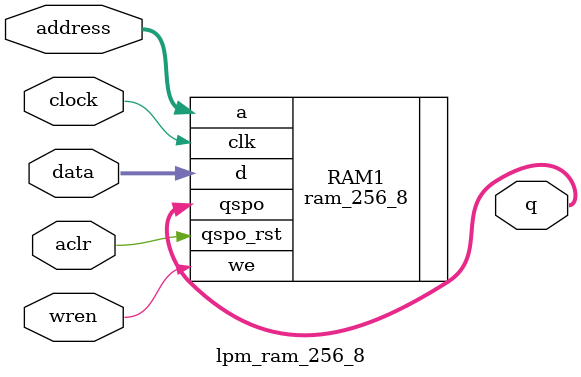
<source format=v>
module lpm_ram_256_8
(
	input [7:0] address,
	input clock,
	input wren,
	input aclr,
	input [7:0] data,
	output [7:0] q 
);

ram_256_8 RAM1
(
  .a       (address),
  .d       (data   ),
  .clk     (clock  ),
  .we      (wren   ),
  .qspo_rst(aclr   ),
  .qspo    (q      )
);
endmodule
//parameter RAM_SIZE = 256;
//reg [7:0] RAMDATA [RAM_SIZE-1:0];

//always@(address, wren ,aclr )
//begin
//	if(aclr)
//		q = 8'h00;
//	else if(~wren)
//		q = RAMDATA[address];
//	else 
//		q = 8'h00;
//end

//always@(posedge clock) 
//begin
//    if(wren) RAMDATA[address]<=data;
//end

//endmodule

</source>
